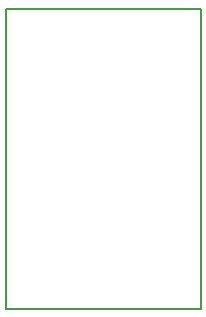
<source format=gko>
G04 #@! TF.FileFunction,Profile,NP*
%FSLAX46Y46*%
G04 Gerber Fmt 4.6, Leading zero omitted, Abs format (unit mm)*
G04 Created by KiCad (PCBNEW 4.0.7-e2-6376~58~ubuntu16.04.1) date Sat Jan 13 09:53:06 2018*
%MOMM*%
%LPD*%
G01*
G04 APERTURE LIST*
%ADD10C,0.100000*%
%ADD11C,0.150000*%
G04 APERTURE END LIST*
D10*
D11*
X158115000Y-118745000D02*
X158115000Y-93345000D01*
X174625000Y-118745000D02*
X158115000Y-118745000D01*
X174625000Y-93345000D02*
X174625000Y-118745000D01*
X158115000Y-93345000D02*
X174625000Y-93345000D01*
M02*

</source>
